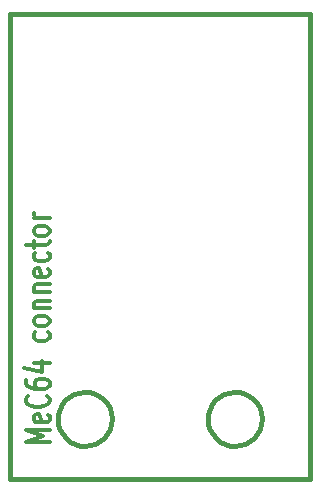
<source format=gto>
G04 (created by PCBNEW-RS274X (2012-01-19 BZR 3256)-stable) date 07/10/2012 22:08:04*
G01*
G70*
G90*
%MOIN*%
G04 Gerber Fmt 3.4, Leading zero omitted, Abs format*
%FSLAX34Y34*%
G04 APERTURE LIST*
%ADD10C,0.006000*%
%ADD11C,0.012000*%
%ADD12C,0.015000*%
G04 APERTURE END LIST*
G54D10*
G54D11*
X77324Y-54270D02*
X76524Y-54270D01*
X77095Y-54070D01*
X76524Y-53870D01*
X77324Y-53870D01*
X77286Y-53356D02*
X77324Y-53413D01*
X77324Y-53527D01*
X77286Y-53584D01*
X77210Y-53613D01*
X76905Y-53613D01*
X76829Y-53584D01*
X76790Y-53527D01*
X76790Y-53413D01*
X76829Y-53356D01*
X76905Y-53327D01*
X76981Y-53327D01*
X77057Y-53613D01*
X77248Y-52727D02*
X77286Y-52756D01*
X77324Y-52842D01*
X77324Y-52899D01*
X77286Y-52984D01*
X77210Y-53042D01*
X77133Y-53070D01*
X76981Y-53099D01*
X76867Y-53099D01*
X76714Y-53070D01*
X76638Y-53042D01*
X76562Y-52984D01*
X76524Y-52899D01*
X76524Y-52842D01*
X76562Y-52756D01*
X76600Y-52727D01*
X76524Y-52213D02*
X76524Y-52327D01*
X76562Y-52384D01*
X76600Y-52413D01*
X76714Y-52470D01*
X76867Y-52499D01*
X77171Y-52499D01*
X77248Y-52470D01*
X77286Y-52442D01*
X77324Y-52384D01*
X77324Y-52270D01*
X77286Y-52213D01*
X77248Y-52184D01*
X77171Y-52156D01*
X76981Y-52156D01*
X76905Y-52184D01*
X76867Y-52213D01*
X76829Y-52270D01*
X76829Y-52384D01*
X76867Y-52442D01*
X76905Y-52470D01*
X76981Y-52499D01*
X76790Y-51642D02*
X77324Y-51642D01*
X76486Y-51785D02*
X77057Y-51928D01*
X77057Y-51556D01*
X77286Y-50614D02*
X77324Y-50671D01*
X77324Y-50785D01*
X77286Y-50843D01*
X77248Y-50871D01*
X77171Y-50900D01*
X76943Y-50900D01*
X76867Y-50871D01*
X76829Y-50843D01*
X76790Y-50785D01*
X76790Y-50671D01*
X76829Y-50614D01*
X77324Y-50271D02*
X77286Y-50329D01*
X77248Y-50357D01*
X77171Y-50386D01*
X76943Y-50386D01*
X76867Y-50357D01*
X76829Y-50329D01*
X76790Y-50271D01*
X76790Y-50186D01*
X76829Y-50129D01*
X76867Y-50100D01*
X76943Y-50071D01*
X77171Y-50071D01*
X77248Y-50100D01*
X77286Y-50129D01*
X77324Y-50186D01*
X77324Y-50271D01*
X76790Y-49814D02*
X77324Y-49814D01*
X76867Y-49814D02*
X76829Y-49786D01*
X76790Y-49728D01*
X76790Y-49643D01*
X76829Y-49586D01*
X76905Y-49557D01*
X77324Y-49557D01*
X76790Y-49271D02*
X77324Y-49271D01*
X76867Y-49271D02*
X76829Y-49243D01*
X76790Y-49185D01*
X76790Y-49100D01*
X76829Y-49043D01*
X76905Y-49014D01*
X77324Y-49014D01*
X77286Y-48500D02*
X77324Y-48557D01*
X77324Y-48671D01*
X77286Y-48728D01*
X77210Y-48757D01*
X76905Y-48757D01*
X76829Y-48728D01*
X76790Y-48671D01*
X76790Y-48557D01*
X76829Y-48500D01*
X76905Y-48471D01*
X76981Y-48471D01*
X77057Y-48757D01*
X77286Y-47957D02*
X77324Y-48014D01*
X77324Y-48128D01*
X77286Y-48186D01*
X77248Y-48214D01*
X77171Y-48243D01*
X76943Y-48243D01*
X76867Y-48214D01*
X76829Y-48186D01*
X76790Y-48128D01*
X76790Y-48014D01*
X76829Y-47957D01*
X76790Y-47786D02*
X76790Y-47557D01*
X76524Y-47700D02*
X77210Y-47700D01*
X77286Y-47672D01*
X77324Y-47614D01*
X77324Y-47557D01*
X77324Y-47271D02*
X77286Y-47329D01*
X77248Y-47357D01*
X77171Y-47386D01*
X76943Y-47386D01*
X76867Y-47357D01*
X76829Y-47329D01*
X76790Y-47271D01*
X76790Y-47186D01*
X76829Y-47129D01*
X76867Y-47100D01*
X76943Y-47071D01*
X77171Y-47071D01*
X77248Y-47100D01*
X77286Y-47129D01*
X77324Y-47186D01*
X77324Y-47271D01*
X77324Y-46814D02*
X76790Y-46814D01*
X76943Y-46814D02*
X76867Y-46786D01*
X76829Y-46757D01*
X76790Y-46700D01*
X76790Y-46643D01*
G54D12*
X86000Y-40000D02*
X76000Y-40000D01*
X86000Y-55500D02*
X86000Y-40000D01*
X76000Y-55500D02*
X86000Y-55500D01*
X76000Y-40000D02*
X76000Y-55500D01*
X84400Y-53500D02*
X84382Y-53674D01*
X84332Y-53842D01*
X84249Y-53998D01*
X84138Y-54134D01*
X84003Y-54246D01*
X83848Y-54329D01*
X83680Y-54381D01*
X83506Y-54399D01*
X83332Y-54384D01*
X83163Y-54334D01*
X83008Y-54253D01*
X82871Y-54143D01*
X82758Y-54008D01*
X82673Y-53854D01*
X82620Y-53687D01*
X82601Y-53512D01*
X82615Y-53338D01*
X82664Y-53169D01*
X82744Y-53013D01*
X82853Y-52875D01*
X82987Y-52761D01*
X83140Y-52676D01*
X83307Y-52621D01*
X83482Y-52601D01*
X83656Y-52614D01*
X83825Y-52661D01*
X83982Y-52741D01*
X84120Y-52849D01*
X84235Y-52982D01*
X84322Y-53134D01*
X84377Y-53301D01*
X84399Y-53475D01*
X84400Y-53500D01*
X79400Y-53500D02*
X79382Y-53674D01*
X79332Y-53842D01*
X79249Y-53998D01*
X79138Y-54134D01*
X79003Y-54246D01*
X78848Y-54329D01*
X78680Y-54381D01*
X78506Y-54399D01*
X78332Y-54384D01*
X78163Y-54334D01*
X78008Y-54253D01*
X77871Y-54143D01*
X77758Y-54008D01*
X77673Y-53854D01*
X77620Y-53687D01*
X77601Y-53512D01*
X77615Y-53338D01*
X77664Y-53169D01*
X77744Y-53013D01*
X77853Y-52875D01*
X77987Y-52761D01*
X78140Y-52676D01*
X78307Y-52621D01*
X78482Y-52601D01*
X78656Y-52614D01*
X78825Y-52661D01*
X78982Y-52741D01*
X79120Y-52849D01*
X79235Y-52982D01*
X79322Y-53134D01*
X79377Y-53301D01*
X79399Y-53475D01*
X79400Y-53500D01*
M02*

</source>
